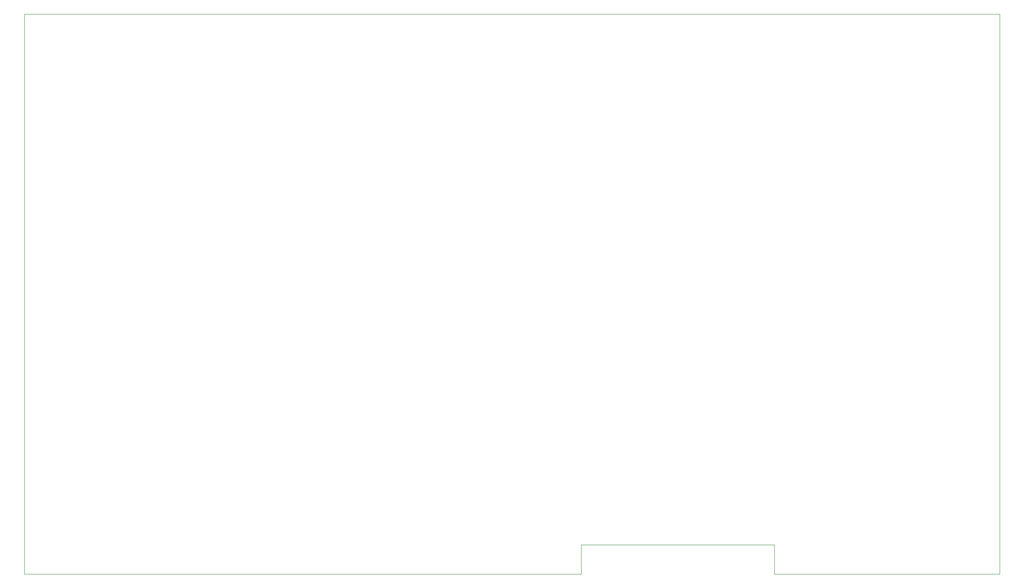
<source format=gbr>
%TF.GenerationSoftware,KiCad,Pcbnew,8.0.7*%
%TF.CreationDate,2025-11-12T22:50:05-06:00*%
%TF.ProjectId,EnergyMonitoringSystem,456e6572-6779-44d6-9f6e-69746f72696e,rev?*%
%TF.SameCoordinates,PX1c9c380PY91e9840*%
%TF.FileFunction,Profile,NP*%
%FSLAX46Y46*%
G04 Gerber Fmt 4.6, Leading zero omitted, Abs format (unit mm)*
G04 Created by KiCad (PCBNEW 8.0.7) date 2025-11-12 22:50:05*
%MOMM*%
%LPD*%
G01*
G04 APERTURE LIST*
%TA.AperFunction,Profile*%
%ADD10C,0.050000*%
%TD*%
G04 APERTURE END LIST*
D10*
X200000000Y115000000D02*
X200000000Y0D01*
X0Y0D02*
X0Y115000000D01*
X114200000Y6000000D02*
X153800000Y6000000D01*
X0Y115000000D02*
X200000000Y115000000D01*
X153800000Y0D02*
X153800000Y6000000D01*
X114200000Y0D02*
X114200000Y6000000D01*
X114200000Y0D02*
X0Y0D01*
X153800000Y0D02*
X200000000Y0D01*
M02*

</source>
